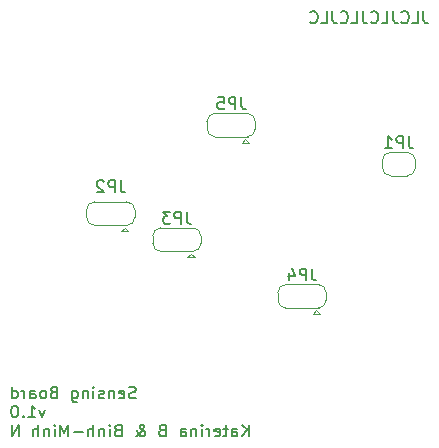
<source format=gbo>
G04 #@! TF.GenerationSoftware,KiCad,Pcbnew,7.0.10*
G04 #@! TF.CreationDate,2024-02-28T00:56:54-06:00*
G04 #@! TF.ProjectId,sensingBoard,73656e73-696e-4674-926f-6172642e6b69,rev?*
G04 #@! TF.SameCoordinates,Original*
G04 #@! TF.FileFunction,Legend,Bot*
G04 #@! TF.FilePolarity,Positive*
%FSLAX46Y46*%
G04 Gerber Fmt 4.6, Leading zero omitted, Abs format (unit mm)*
G04 Created by KiCad (PCBNEW 7.0.10) date 2024-02-28 00:56:54*
%MOMM*%
%LPD*%
G01*
G04 APERTURE LIST*
G04 Aperture macros list*
%AMFreePoly0*
4,1,19,0.550000,-0.750000,0.000000,-0.750000,0.000000,-0.744911,-0.071157,-0.744911,-0.207708,-0.704816,-0.327430,-0.627875,-0.420627,-0.520320,-0.479746,-0.390866,-0.500000,-0.250000,-0.500000,0.250000,-0.479746,0.390866,-0.420627,0.520320,-0.327430,0.627875,-0.207708,0.704816,-0.071157,0.744911,0.000000,0.744911,0.000000,0.750000,0.550000,0.750000,0.550000,-0.750000,0.550000,-0.750000,
$1*%
%AMFreePoly1*
4,1,19,0.000000,0.744911,0.071157,0.744911,0.207708,0.704816,0.327430,0.627875,0.420627,0.520320,0.479746,0.390866,0.500000,0.250000,0.500000,-0.250000,0.479746,-0.390866,0.420627,-0.520320,0.327430,-0.627875,0.207708,-0.704816,0.071157,-0.744911,0.000000,-0.744911,0.000000,-0.750000,-0.550000,-0.750000,-0.550000,0.750000,0.000000,0.750000,0.000000,0.744911,0.000000,0.744911,
$1*%
%AMFreePoly2*
4,1,19,0.500000,-0.750000,0.000000,-0.750000,0.000000,-0.744911,-0.071157,-0.744911,-0.207708,-0.704816,-0.327430,-0.627875,-0.420627,-0.520320,-0.479746,-0.390866,-0.500000,-0.250000,-0.500000,0.250000,-0.479746,0.390866,-0.420627,0.520320,-0.327430,0.627875,-0.207708,0.704816,-0.071157,0.744911,0.000000,0.744911,0.000000,0.750000,0.500000,0.750000,0.500000,-0.750000,0.500000,-0.750000,
$1*%
%AMFreePoly3*
4,1,19,0.000000,0.744911,0.071157,0.744911,0.207708,0.704816,0.327430,0.627875,0.420627,0.520320,0.479746,0.390866,0.500000,0.250000,0.500000,-0.250000,0.479746,-0.390866,0.420627,-0.520320,0.327430,-0.627875,0.207708,-0.704816,0.071157,-0.744911,0.000000,-0.744911,0.000000,-0.750000,-0.500000,-0.750000,-0.500000,0.750000,0.000000,0.750000,0.000000,0.744911,0.000000,0.744911,
$1*%
G04 Aperture macros list end*
%ADD10C,0.150000*%
%ADD11C,0.120000*%
%ADD12R,1.700000X1.700000*%
%ADD13O,1.700000X1.700000*%
%ADD14C,0.650000*%
%ADD15O,2.100000X1.000000*%
%ADD16O,1.800000X1.000000*%
%ADD17FreePoly0,180.000000*%
%ADD18R,1.000000X1.500000*%
%ADD19FreePoly1,180.000000*%
%ADD20FreePoly2,180.000000*%
%ADD21FreePoly3,180.000000*%
G04 APERTURE END LIST*
D10*
X86477506Y-50969819D02*
X86477506Y-51684104D01*
X86477506Y-51684104D02*
X86525125Y-51826961D01*
X86525125Y-51826961D02*
X86620363Y-51922200D01*
X86620363Y-51922200D02*
X86763220Y-51969819D01*
X86763220Y-51969819D02*
X86858458Y-51969819D01*
X85525125Y-51969819D02*
X86001315Y-51969819D01*
X86001315Y-51969819D02*
X86001315Y-50969819D01*
X84620363Y-51874580D02*
X84667982Y-51922200D01*
X84667982Y-51922200D02*
X84810839Y-51969819D01*
X84810839Y-51969819D02*
X84906077Y-51969819D01*
X84906077Y-51969819D02*
X85048934Y-51922200D01*
X85048934Y-51922200D02*
X85144172Y-51826961D01*
X85144172Y-51826961D02*
X85191791Y-51731723D01*
X85191791Y-51731723D02*
X85239410Y-51541247D01*
X85239410Y-51541247D02*
X85239410Y-51398390D01*
X85239410Y-51398390D02*
X85191791Y-51207914D01*
X85191791Y-51207914D02*
X85144172Y-51112676D01*
X85144172Y-51112676D02*
X85048934Y-51017438D01*
X85048934Y-51017438D02*
X84906077Y-50969819D01*
X84906077Y-50969819D02*
X84810839Y-50969819D01*
X84810839Y-50969819D02*
X84667982Y-51017438D01*
X84667982Y-51017438D02*
X84620363Y-51065057D01*
X83906077Y-50969819D02*
X83906077Y-51684104D01*
X83906077Y-51684104D02*
X83953696Y-51826961D01*
X83953696Y-51826961D02*
X84048934Y-51922200D01*
X84048934Y-51922200D02*
X84191791Y-51969819D01*
X84191791Y-51969819D02*
X84287029Y-51969819D01*
X82953696Y-51969819D02*
X83429886Y-51969819D01*
X83429886Y-51969819D02*
X83429886Y-50969819D01*
X82048934Y-51874580D02*
X82096553Y-51922200D01*
X82096553Y-51922200D02*
X82239410Y-51969819D01*
X82239410Y-51969819D02*
X82334648Y-51969819D01*
X82334648Y-51969819D02*
X82477505Y-51922200D01*
X82477505Y-51922200D02*
X82572743Y-51826961D01*
X82572743Y-51826961D02*
X82620362Y-51731723D01*
X82620362Y-51731723D02*
X82667981Y-51541247D01*
X82667981Y-51541247D02*
X82667981Y-51398390D01*
X82667981Y-51398390D02*
X82620362Y-51207914D01*
X82620362Y-51207914D02*
X82572743Y-51112676D01*
X82572743Y-51112676D02*
X82477505Y-51017438D01*
X82477505Y-51017438D02*
X82334648Y-50969819D01*
X82334648Y-50969819D02*
X82239410Y-50969819D01*
X82239410Y-50969819D02*
X82096553Y-51017438D01*
X82096553Y-51017438D02*
X82048934Y-51065057D01*
X81334648Y-50969819D02*
X81334648Y-51684104D01*
X81334648Y-51684104D02*
X81382267Y-51826961D01*
X81382267Y-51826961D02*
X81477505Y-51922200D01*
X81477505Y-51922200D02*
X81620362Y-51969819D01*
X81620362Y-51969819D02*
X81715600Y-51969819D01*
X80382267Y-51969819D02*
X80858457Y-51969819D01*
X80858457Y-51969819D02*
X80858457Y-50969819D01*
X79477505Y-51874580D02*
X79525124Y-51922200D01*
X79525124Y-51922200D02*
X79667981Y-51969819D01*
X79667981Y-51969819D02*
X79763219Y-51969819D01*
X79763219Y-51969819D02*
X79906076Y-51922200D01*
X79906076Y-51922200D02*
X80001314Y-51826961D01*
X80001314Y-51826961D02*
X80048933Y-51731723D01*
X80048933Y-51731723D02*
X80096552Y-51541247D01*
X80096552Y-51541247D02*
X80096552Y-51398390D01*
X80096552Y-51398390D02*
X80048933Y-51207914D01*
X80048933Y-51207914D02*
X80001314Y-51112676D01*
X80001314Y-51112676D02*
X79906076Y-51017438D01*
X79906076Y-51017438D02*
X79763219Y-50969819D01*
X79763219Y-50969819D02*
X79667981Y-50969819D01*
X79667981Y-50969819D02*
X79525124Y-51017438D01*
X79525124Y-51017438D02*
X79477505Y-51065057D01*
X78763219Y-50969819D02*
X78763219Y-51684104D01*
X78763219Y-51684104D02*
X78810838Y-51826961D01*
X78810838Y-51826961D02*
X78906076Y-51922200D01*
X78906076Y-51922200D02*
X79048933Y-51969819D01*
X79048933Y-51969819D02*
X79144171Y-51969819D01*
X77810838Y-51969819D02*
X78287028Y-51969819D01*
X78287028Y-51969819D02*
X78287028Y-50969819D01*
X76906076Y-51874580D02*
X76953695Y-51922200D01*
X76953695Y-51922200D02*
X77096552Y-51969819D01*
X77096552Y-51969819D02*
X77191790Y-51969819D01*
X77191790Y-51969819D02*
X77334647Y-51922200D01*
X77334647Y-51922200D02*
X77429885Y-51826961D01*
X77429885Y-51826961D02*
X77477504Y-51731723D01*
X77477504Y-51731723D02*
X77525123Y-51541247D01*
X77525123Y-51541247D02*
X77525123Y-51398390D01*
X77525123Y-51398390D02*
X77477504Y-51207914D01*
X77477504Y-51207914D02*
X77429885Y-51112676D01*
X77429885Y-51112676D02*
X77334647Y-51017438D01*
X77334647Y-51017438D02*
X77191790Y-50969819D01*
X77191790Y-50969819D02*
X77096552Y-50969819D01*
X77096552Y-50969819D02*
X76953695Y-51017438D01*
X76953695Y-51017438D02*
X76906076Y-51065057D01*
X62112970Y-83697200D02*
X61970113Y-83744819D01*
X61970113Y-83744819D02*
X61732018Y-83744819D01*
X61732018Y-83744819D02*
X61636780Y-83697200D01*
X61636780Y-83697200D02*
X61589161Y-83649580D01*
X61589161Y-83649580D02*
X61541542Y-83554342D01*
X61541542Y-83554342D02*
X61541542Y-83459104D01*
X61541542Y-83459104D02*
X61589161Y-83363866D01*
X61589161Y-83363866D02*
X61636780Y-83316247D01*
X61636780Y-83316247D02*
X61732018Y-83268628D01*
X61732018Y-83268628D02*
X61922494Y-83221009D01*
X61922494Y-83221009D02*
X62017732Y-83173390D01*
X62017732Y-83173390D02*
X62065351Y-83125771D01*
X62065351Y-83125771D02*
X62112970Y-83030533D01*
X62112970Y-83030533D02*
X62112970Y-82935295D01*
X62112970Y-82935295D02*
X62065351Y-82840057D01*
X62065351Y-82840057D02*
X62017732Y-82792438D01*
X62017732Y-82792438D02*
X61922494Y-82744819D01*
X61922494Y-82744819D02*
X61684399Y-82744819D01*
X61684399Y-82744819D02*
X61541542Y-82792438D01*
X60732018Y-83697200D02*
X60827256Y-83744819D01*
X60827256Y-83744819D02*
X61017732Y-83744819D01*
X61017732Y-83744819D02*
X61112970Y-83697200D01*
X61112970Y-83697200D02*
X61160589Y-83601961D01*
X61160589Y-83601961D02*
X61160589Y-83221009D01*
X61160589Y-83221009D02*
X61112970Y-83125771D01*
X61112970Y-83125771D02*
X61017732Y-83078152D01*
X61017732Y-83078152D02*
X60827256Y-83078152D01*
X60827256Y-83078152D02*
X60732018Y-83125771D01*
X60732018Y-83125771D02*
X60684399Y-83221009D01*
X60684399Y-83221009D02*
X60684399Y-83316247D01*
X60684399Y-83316247D02*
X61160589Y-83411485D01*
X60255827Y-83078152D02*
X60255827Y-83744819D01*
X60255827Y-83173390D02*
X60208208Y-83125771D01*
X60208208Y-83125771D02*
X60112970Y-83078152D01*
X60112970Y-83078152D02*
X59970113Y-83078152D01*
X59970113Y-83078152D02*
X59874875Y-83125771D01*
X59874875Y-83125771D02*
X59827256Y-83221009D01*
X59827256Y-83221009D02*
X59827256Y-83744819D01*
X59398684Y-83697200D02*
X59303446Y-83744819D01*
X59303446Y-83744819D02*
X59112970Y-83744819D01*
X59112970Y-83744819D02*
X59017732Y-83697200D01*
X59017732Y-83697200D02*
X58970113Y-83601961D01*
X58970113Y-83601961D02*
X58970113Y-83554342D01*
X58970113Y-83554342D02*
X59017732Y-83459104D01*
X59017732Y-83459104D02*
X59112970Y-83411485D01*
X59112970Y-83411485D02*
X59255827Y-83411485D01*
X59255827Y-83411485D02*
X59351065Y-83363866D01*
X59351065Y-83363866D02*
X59398684Y-83268628D01*
X59398684Y-83268628D02*
X59398684Y-83221009D01*
X59398684Y-83221009D02*
X59351065Y-83125771D01*
X59351065Y-83125771D02*
X59255827Y-83078152D01*
X59255827Y-83078152D02*
X59112970Y-83078152D01*
X59112970Y-83078152D02*
X59017732Y-83125771D01*
X58541541Y-83744819D02*
X58541541Y-83078152D01*
X58541541Y-82744819D02*
X58589160Y-82792438D01*
X58589160Y-82792438D02*
X58541541Y-82840057D01*
X58541541Y-82840057D02*
X58493922Y-82792438D01*
X58493922Y-82792438D02*
X58541541Y-82744819D01*
X58541541Y-82744819D02*
X58541541Y-82840057D01*
X58065351Y-83078152D02*
X58065351Y-83744819D01*
X58065351Y-83173390D02*
X58017732Y-83125771D01*
X58017732Y-83125771D02*
X57922494Y-83078152D01*
X57922494Y-83078152D02*
X57779637Y-83078152D01*
X57779637Y-83078152D02*
X57684399Y-83125771D01*
X57684399Y-83125771D02*
X57636780Y-83221009D01*
X57636780Y-83221009D02*
X57636780Y-83744819D01*
X56732018Y-83078152D02*
X56732018Y-83887676D01*
X56732018Y-83887676D02*
X56779637Y-83982914D01*
X56779637Y-83982914D02*
X56827256Y-84030533D01*
X56827256Y-84030533D02*
X56922494Y-84078152D01*
X56922494Y-84078152D02*
X57065351Y-84078152D01*
X57065351Y-84078152D02*
X57160589Y-84030533D01*
X56732018Y-83697200D02*
X56827256Y-83744819D01*
X56827256Y-83744819D02*
X57017732Y-83744819D01*
X57017732Y-83744819D02*
X57112970Y-83697200D01*
X57112970Y-83697200D02*
X57160589Y-83649580D01*
X57160589Y-83649580D02*
X57208208Y-83554342D01*
X57208208Y-83554342D02*
X57208208Y-83268628D01*
X57208208Y-83268628D02*
X57160589Y-83173390D01*
X57160589Y-83173390D02*
X57112970Y-83125771D01*
X57112970Y-83125771D02*
X57017732Y-83078152D01*
X57017732Y-83078152D02*
X56827256Y-83078152D01*
X56827256Y-83078152D02*
X56732018Y-83125771D01*
X55160589Y-83221009D02*
X55017732Y-83268628D01*
X55017732Y-83268628D02*
X54970113Y-83316247D01*
X54970113Y-83316247D02*
X54922494Y-83411485D01*
X54922494Y-83411485D02*
X54922494Y-83554342D01*
X54922494Y-83554342D02*
X54970113Y-83649580D01*
X54970113Y-83649580D02*
X55017732Y-83697200D01*
X55017732Y-83697200D02*
X55112970Y-83744819D01*
X55112970Y-83744819D02*
X55493922Y-83744819D01*
X55493922Y-83744819D02*
X55493922Y-82744819D01*
X55493922Y-82744819D02*
X55160589Y-82744819D01*
X55160589Y-82744819D02*
X55065351Y-82792438D01*
X55065351Y-82792438D02*
X55017732Y-82840057D01*
X55017732Y-82840057D02*
X54970113Y-82935295D01*
X54970113Y-82935295D02*
X54970113Y-83030533D01*
X54970113Y-83030533D02*
X55017732Y-83125771D01*
X55017732Y-83125771D02*
X55065351Y-83173390D01*
X55065351Y-83173390D02*
X55160589Y-83221009D01*
X55160589Y-83221009D02*
X55493922Y-83221009D01*
X54351065Y-83744819D02*
X54446303Y-83697200D01*
X54446303Y-83697200D02*
X54493922Y-83649580D01*
X54493922Y-83649580D02*
X54541541Y-83554342D01*
X54541541Y-83554342D02*
X54541541Y-83268628D01*
X54541541Y-83268628D02*
X54493922Y-83173390D01*
X54493922Y-83173390D02*
X54446303Y-83125771D01*
X54446303Y-83125771D02*
X54351065Y-83078152D01*
X54351065Y-83078152D02*
X54208208Y-83078152D01*
X54208208Y-83078152D02*
X54112970Y-83125771D01*
X54112970Y-83125771D02*
X54065351Y-83173390D01*
X54065351Y-83173390D02*
X54017732Y-83268628D01*
X54017732Y-83268628D02*
X54017732Y-83554342D01*
X54017732Y-83554342D02*
X54065351Y-83649580D01*
X54065351Y-83649580D02*
X54112970Y-83697200D01*
X54112970Y-83697200D02*
X54208208Y-83744819D01*
X54208208Y-83744819D02*
X54351065Y-83744819D01*
X53160589Y-83744819D02*
X53160589Y-83221009D01*
X53160589Y-83221009D02*
X53208208Y-83125771D01*
X53208208Y-83125771D02*
X53303446Y-83078152D01*
X53303446Y-83078152D02*
X53493922Y-83078152D01*
X53493922Y-83078152D02*
X53589160Y-83125771D01*
X53160589Y-83697200D02*
X53255827Y-83744819D01*
X53255827Y-83744819D02*
X53493922Y-83744819D01*
X53493922Y-83744819D02*
X53589160Y-83697200D01*
X53589160Y-83697200D02*
X53636779Y-83601961D01*
X53636779Y-83601961D02*
X53636779Y-83506723D01*
X53636779Y-83506723D02*
X53589160Y-83411485D01*
X53589160Y-83411485D02*
X53493922Y-83363866D01*
X53493922Y-83363866D02*
X53255827Y-83363866D01*
X53255827Y-83363866D02*
X53160589Y-83316247D01*
X52684398Y-83744819D02*
X52684398Y-83078152D01*
X52684398Y-83268628D02*
X52636779Y-83173390D01*
X52636779Y-83173390D02*
X52589160Y-83125771D01*
X52589160Y-83125771D02*
X52493922Y-83078152D01*
X52493922Y-83078152D02*
X52398684Y-83078152D01*
X51636779Y-83744819D02*
X51636779Y-82744819D01*
X51636779Y-83697200D02*
X51732017Y-83744819D01*
X51732017Y-83744819D02*
X51922493Y-83744819D01*
X51922493Y-83744819D02*
X52017731Y-83697200D01*
X52017731Y-83697200D02*
X52065350Y-83649580D01*
X52065350Y-83649580D02*
X52112969Y-83554342D01*
X52112969Y-83554342D02*
X52112969Y-83268628D01*
X52112969Y-83268628D02*
X52065350Y-83173390D01*
X52065350Y-83173390D02*
X52017731Y-83125771D01*
X52017731Y-83125771D02*
X51922493Y-83078152D01*
X51922493Y-83078152D02*
X51732017Y-83078152D01*
X51732017Y-83078152D02*
X51636779Y-83125771D01*
X54398683Y-84688152D02*
X54160588Y-85354819D01*
X54160588Y-85354819D02*
X53922493Y-84688152D01*
X53017731Y-85354819D02*
X53589159Y-85354819D01*
X53303445Y-85354819D02*
X53303445Y-84354819D01*
X53303445Y-84354819D02*
X53398683Y-84497676D01*
X53398683Y-84497676D02*
X53493921Y-84592914D01*
X53493921Y-84592914D02*
X53589159Y-84640533D01*
X52589159Y-85259580D02*
X52541540Y-85307200D01*
X52541540Y-85307200D02*
X52589159Y-85354819D01*
X52589159Y-85354819D02*
X52636778Y-85307200D01*
X52636778Y-85307200D02*
X52589159Y-85259580D01*
X52589159Y-85259580D02*
X52589159Y-85354819D01*
X51922493Y-84354819D02*
X51827255Y-84354819D01*
X51827255Y-84354819D02*
X51732017Y-84402438D01*
X51732017Y-84402438D02*
X51684398Y-84450057D01*
X51684398Y-84450057D02*
X51636779Y-84545295D01*
X51636779Y-84545295D02*
X51589160Y-84735771D01*
X51589160Y-84735771D02*
X51589160Y-84973866D01*
X51589160Y-84973866D02*
X51636779Y-85164342D01*
X51636779Y-85164342D02*
X51684398Y-85259580D01*
X51684398Y-85259580D02*
X51732017Y-85307200D01*
X51732017Y-85307200D02*
X51827255Y-85354819D01*
X51827255Y-85354819D02*
X51922493Y-85354819D01*
X51922493Y-85354819D02*
X52017731Y-85307200D01*
X52017731Y-85307200D02*
X52065350Y-85259580D01*
X52065350Y-85259580D02*
X52112969Y-85164342D01*
X52112969Y-85164342D02*
X52160588Y-84973866D01*
X52160588Y-84973866D02*
X52160588Y-84735771D01*
X52160588Y-84735771D02*
X52112969Y-84545295D01*
X52112969Y-84545295D02*
X52065350Y-84450057D01*
X52065350Y-84450057D02*
X52017731Y-84402438D01*
X52017731Y-84402438D02*
X51922493Y-84354819D01*
X71684398Y-86964819D02*
X71684398Y-85964819D01*
X71112970Y-86964819D02*
X71541541Y-86393390D01*
X71112970Y-85964819D02*
X71684398Y-86536247D01*
X70255827Y-86964819D02*
X70255827Y-86441009D01*
X70255827Y-86441009D02*
X70303446Y-86345771D01*
X70303446Y-86345771D02*
X70398684Y-86298152D01*
X70398684Y-86298152D02*
X70589160Y-86298152D01*
X70589160Y-86298152D02*
X70684398Y-86345771D01*
X70255827Y-86917200D02*
X70351065Y-86964819D01*
X70351065Y-86964819D02*
X70589160Y-86964819D01*
X70589160Y-86964819D02*
X70684398Y-86917200D01*
X70684398Y-86917200D02*
X70732017Y-86821961D01*
X70732017Y-86821961D02*
X70732017Y-86726723D01*
X70732017Y-86726723D02*
X70684398Y-86631485D01*
X70684398Y-86631485D02*
X70589160Y-86583866D01*
X70589160Y-86583866D02*
X70351065Y-86583866D01*
X70351065Y-86583866D02*
X70255827Y-86536247D01*
X69922493Y-86298152D02*
X69541541Y-86298152D01*
X69779636Y-85964819D02*
X69779636Y-86821961D01*
X69779636Y-86821961D02*
X69732017Y-86917200D01*
X69732017Y-86917200D02*
X69636779Y-86964819D01*
X69636779Y-86964819D02*
X69541541Y-86964819D01*
X68827255Y-86917200D02*
X68922493Y-86964819D01*
X68922493Y-86964819D02*
X69112969Y-86964819D01*
X69112969Y-86964819D02*
X69208207Y-86917200D01*
X69208207Y-86917200D02*
X69255826Y-86821961D01*
X69255826Y-86821961D02*
X69255826Y-86441009D01*
X69255826Y-86441009D02*
X69208207Y-86345771D01*
X69208207Y-86345771D02*
X69112969Y-86298152D01*
X69112969Y-86298152D02*
X68922493Y-86298152D01*
X68922493Y-86298152D02*
X68827255Y-86345771D01*
X68827255Y-86345771D02*
X68779636Y-86441009D01*
X68779636Y-86441009D02*
X68779636Y-86536247D01*
X68779636Y-86536247D02*
X69255826Y-86631485D01*
X68351064Y-86964819D02*
X68351064Y-86298152D01*
X68351064Y-86488628D02*
X68303445Y-86393390D01*
X68303445Y-86393390D02*
X68255826Y-86345771D01*
X68255826Y-86345771D02*
X68160588Y-86298152D01*
X68160588Y-86298152D02*
X68065350Y-86298152D01*
X67732016Y-86964819D02*
X67732016Y-86298152D01*
X67732016Y-85964819D02*
X67779635Y-86012438D01*
X67779635Y-86012438D02*
X67732016Y-86060057D01*
X67732016Y-86060057D02*
X67684397Y-86012438D01*
X67684397Y-86012438D02*
X67732016Y-85964819D01*
X67732016Y-85964819D02*
X67732016Y-86060057D01*
X67255826Y-86298152D02*
X67255826Y-86964819D01*
X67255826Y-86393390D02*
X67208207Y-86345771D01*
X67208207Y-86345771D02*
X67112969Y-86298152D01*
X67112969Y-86298152D02*
X66970112Y-86298152D01*
X66970112Y-86298152D02*
X66874874Y-86345771D01*
X66874874Y-86345771D02*
X66827255Y-86441009D01*
X66827255Y-86441009D02*
X66827255Y-86964819D01*
X65922493Y-86964819D02*
X65922493Y-86441009D01*
X65922493Y-86441009D02*
X65970112Y-86345771D01*
X65970112Y-86345771D02*
X66065350Y-86298152D01*
X66065350Y-86298152D02*
X66255826Y-86298152D01*
X66255826Y-86298152D02*
X66351064Y-86345771D01*
X65922493Y-86917200D02*
X66017731Y-86964819D01*
X66017731Y-86964819D02*
X66255826Y-86964819D01*
X66255826Y-86964819D02*
X66351064Y-86917200D01*
X66351064Y-86917200D02*
X66398683Y-86821961D01*
X66398683Y-86821961D02*
X66398683Y-86726723D01*
X66398683Y-86726723D02*
X66351064Y-86631485D01*
X66351064Y-86631485D02*
X66255826Y-86583866D01*
X66255826Y-86583866D02*
X66017731Y-86583866D01*
X66017731Y-86583866D02*
X65922493Y-86536247D01*
X64351064Y-86441009D02*
X64208207Y-86488628D01*
X64208207Y-86488628D02*
X64160588Y-86536247D01*
X64160588Y-86536247D02*
X64112969Y-86631485D01*
X64112969Y-86631485D02*
X64112969Y-86774342D01*
X64112969Y-86774342D02*
X64160588Y-86869580D01*
X64160588Y-86869580D02*
X64208207Y-86917200D01*
X64208207Y-86917200D02*
X64303445Y-86964819D01*
X64303445Y-86964819D02*
X64684397Y-86964819D01*
X64684397Y-86964819D02*
X64684397Y-85964819D01*
X64684397Y-85964819D02*
X64351064Y-85964819D01*
X64351064Y-85964819D02*
X64255826Y-86012438D01*
X64255826Y-86012438D02*
X64208207Y-86060057D01*
X64208207Y-86060057D02*
X64160588Y-86155295D01*
X64160588Y-86155295D02*
X64160588Y-86250533D01*
X64160588Y-86250533D02*
X64208207Y-86345771D01*
X64208207Y-86345771D02*
X64255826Y-86393390D01*
X64255826Y-86393390D02*
X64351064Y-86441009D01*
X64351064Y-86441009D02*
X64684397Y-86441009D01*
X62112968Y-86964819D02*
X62160588Y-86964819D01*
X62160588Y-86964819D02*
X62255826Y-86917200D01*
X62255826Y-86917200D02*
X62398683Y-86774342D01*
X62398683Y-86774342D02*
X62636778Y-86488628D01*
X62636778Y-86488628D02*
X62732016Y-86345771D01*
X62732016Y-86345771D02*
X62779635Y-86202914D01*
X62779635Y-86202914D02*
X62779635Y-86107676D01*
X62779635Y-86107676D02*
X62732016Y-86012438D01*
X62732016Y-86012438D02*
X62636778Y-85964819D01*
X62636778Y-85964819D02*
X62589159Y-85964819D01*
X62589159Y-85964819D02*
X62493921Y-86012438D01*
X62493921Y-86012438D02*
X62446302Y-86107676D01*
X62446302Y-86107676D02*
X62446302Y-86155295D01*
X62446302Y-86155295D02*
X62493921Y-86250533D01*
X62493921Y-86250533D02*
X62541540Y-86298152D01*
X62541540Y-86298152D02*
X62827254Y-86488628D01*
X62827254Y-86488628D02*
X62874873Y-86536247D01*
X62874873Y-86536247D02*
X62922492Y-86631485D01*
X62922492Y-86631485D02*
X62922492Y-86774342D01*
X62922492Y-86774342D02*
X62874873Y-86869580D01*
X62874873Y-86869580D02*
X62827254Y-86917200D01*
X62827254Y-86917200D02*
X62732016Y-86964819D01*
X62732016Y-86964819D02*
X62589159Y-86964819D01*
X62589159Y-86964819D02*
X62493921Y-86917200D01*
X62493921Y-86917200D02*
X62446302Y-86869580D01*
X62446302Y-86869580D02*
X62303445Y-86679104D01*
X62303445Y-86679104D02*
X62255826Y-86536247D01*
X62255826Y-86536247D02*
X62255826Y-86441009D01*
X60589159Y-86441009D02*
X60446302Y-86488628D01*
X60446302Y-86488628D02*
X60398683Y-86536247D01*
X60398683Y-86536247D02*
X60351064Y-86631485D01*
X60351064Y-86631485D02*
X60351064Y-86774342D01*
X60351064Y-86774342D02*
X60398683Y-86869580D01*
X60398683Y-86869580D02*
X60446302Y-86917200D01*
X60446302Y-86917200D02*
X60541540Y-86964819D01*
X60541540Y-86964819D02*
X60922492Y-86964819D01*
X60922492Y-86964819D02*
X60922492Y-85964819D01*
X60922492Y-85964819D02*
X60589159Y-85964819D01*
X60589159Y-85964819D02*
X60493921Y-86012438D01*
X60493921Y-86012438D02*
X60446302Y-86060057D01*
X60446302Y-86060057D02*
X60398683Y-86155295D01*
X60398683Y-86155295D02*
X60398683Y-86250533D01*
X60398683Y-86250533D02*
X60446302Y-86345771D01*
X60446302Y-86345771D02*
X60493921Y-86393390D01*
X60493921Y-86393390D02*
X60589159Y-86441009D01*
X60589159Y-86441009D02*
X60922492Y-86441009D01*
X59922492Y-86964819D02*
X59922492Y-86298152D01*
X59922492Y-85964819D02*
X59970111Y-86012438D01*
X59970111Y-86012438D02*
X59922492Y-86060057D01*
X59922492Y-86060057D02*
X59874873Y-86012438D01*
X59874873Y-86012438D02*
X59922492Y-85964819D01*
X59922492Y-85964819D02*
X59922492Y-86060057D01*
X59446302Y-86298152D02*
X59446302Y-86964819D01*
X59446302Y-86393390D02*
X59398683Y-86345771D01*
X59398683Y-86345771D02*
X59303445Y-86298152D01*
X59303445Y-86298152D02*
X59160588Y-86298152D01*
X59160588Y-86298152D02*
X59065350Y-86345771D01*
X59065350Y-86345771D02*
X59017731Y-86441009D01*
X59017731Y-86441009D02*
X59017731Y-86964819D01*
X58541540Y-86964819D02*
X58541540Y-85964819D01*
X58112969Y-86964819D02*
X58112969Y-86441009D01*
X58112969Y-86441009D02*
X58160588Y-86345771D01*
X58160588Y-86345771D02*
X58255826Y-86298152D01*
X58255826Y-86298152D02*
X58398683Y-86298152D01*
X58398683Y-86298152D02*
X58493921Y-86345771D01*
X58493921Y-86345771D02*
X58541540Y-86393390D01*
X57636778Y-86583866D02*
X56874874Y-86583866D01*
X56398683Y-86964819D02*
X56398683Y-85964819D01*
X56398683Y-85964819D02*
X56065350Y-86679104D01*
X56065350Y-86679104D02*
X55732017Y-85964819D01*
X55732017Y-85964819D02*
X55732017Y-86964819D01*
X55255826Y-86964819D02*
X55255826Y-86298152D01*
X55255826Y-85964819D02*
X55303445Y-86012438D01*
X55303445Y-86012438D02*
X55255826Y-86060057D01*
X55255826Y-86060057D02*
X55208207Y-86012438D01*
X55208207Y-86012438D02*
X55255826Y-85964819D01*
X55255826Y-85964819D02*
X55255826Y-86060057D01*
X54779636Y-86298152D02*
X54779636Y-86964819D01*
X54779636Y-86393390D02*
X54732017Y-86345771D01*
X54732017Y-86345771D02*
X54636779Y-86298152D01*
X54636779Y-86298152D02*
X54493922Y-86298152D01*
X54493922Y-86298152D02*
X54398684Y-86345771D01*
X54398684Y-86345771D02*
X54351065Y-86441009D01*
X54351065Y-86441009D02*
X54351065Y-86964819D01*
X53874874Y-86964819D02*
X53874874Y-85964819D01*
X53446303Y-86964819D02*
X53446303Y-86441009D01*
X53446303Y-86441009D02*
X53493922Y-86345771D01*
X53493922Y-86345771D02*
X53589160Y-86298152D01*
X53589160Y-86298152D02*
X53732017Y-86298152D01*
X53732017Y-86298152D02*
X53827255Y-86345771D01*
X53827255Y-86345771D02*
X53874874Y-86393390D01*
X52208207Y-86964819D02*
X52208207Y-85964819D01*
X52208207Y-85964819D02*
X51636779Y-86964819D01*
X51636779Y-86964819D02*
X51636779Y-85964819D01*
X60833333Y-65294819D02*
X60833333Y-66009104D01*
X60833333Y-66009104D02*
X60880952Y-66151961D01*
X60880952Y-66151961D02*
X60976190Y-66247200D01*
X60976190Y-66247200D02*
X61119047Y-66294819D01*
X61119047Y-66294819D02*
X61214285Y-66294819D01*
X60357142Y-66294819D02*
X60357142Y-65294819D01*
X60357142Y-65294819D02*
X59976190Y-65294819D01*
X59976190Y-65294819D02*
X59880952Y-65342438D01*
X59880952Y-65342438D02*
X59833333Y-65390057D01*
X59833333Y-65390057D02*
X59785714Y-65485295D01*
X59785714Y-65485295D02*
X59785714Y-65628152D01*
X59785714Y-65628152D02*
X59833333Y-65723390D01*
X59833333Y-65723390D02*
X59880952Y-65771009D01*
X59880952Y-65771009D02*
X59976190Y-65818628D01*
X59976190Y-65818628D02*
X60357142Y-65818628D01*
X59404761Y-65390057D02*
X59357142Y-65342438D01*
X59357142Y-65342438D02*
X59261904Y-65294819D01*
X59261904Y-65294819D02*
X59023809Y-65294819D01*
X59023809Y-65294819D02*
X58928571Y-65342438D01*
X58928571Y-65342438D02*
X58880952Y-65390057D01*
X58880952Y-65390057D02*
X58833333Y-65485295D01*
X58833333Y-65485295D02*
X58833333Y-65580533D01*
X58833333Y-65580533D02*
X58880952Y-65723390D01*
X58880952Y-65723390D02*
X59452380Y-66294819D01*
X59452380Y-66294819D02*
X58833333Y-66294819D01*
X85233333Y-61554819D02*
X85233333Y-62269104D01*
X85233333Y-62269104D02*
X85280952Y-62411961D01*
X85280952Y-62411961D02*
X85376190Y-62507200D01*
X85376190Y-62507200D02*
X85519047Y-62554819D01*
X85519047Y-62554819D02*
X85614285Y-62554819D01*
X84757142Y-62554819D02*
X84757142Y-61554819D01*
X84757142Y-61554819D02*
X84376190Y-61554819D01*
X84376190Y-61554819D02*
X84280952Y-61602438D01*
X84280952Y-61602438D02*
X84233333Y-61650057D01*
X84233333Y-61650057D02*
X84185714Y-61745295D01*
X84185714Y-61745295D02*
X84185714Y-61888152D01*
X84185714Y-61888152D02*
X84233333Y-61983390D01*
X84233333Y-61983390D02*
X84280952Y-62031009D01*
X84280952Y-62031009D02*
X84376190Y-62078628D01*
X84376190Y-62078628D02*
X84757142Y-62078628D01*
X83233333Y-62554819D02*
X83804761Y-62554819D01*
X83519047Y-62554819D02*
X83519047Y-61554819D01*
X83519047Y-61554819D02*
X83614285Y-61697676D01*
X83614285Y-61697676D02*
X83709523Y-61792914D01*
X83709523Y-61792914D02*
X83804761Y-61840533D01*
X66433333Y-67954819D02*
X66433333Y-68669104D01*
X66433333Y-68669104D02*
X66480952Y-68811961D01*
X66480952Y-68811961D02*
X66576190Y-68907200D01*
X66576190Y-68907200D02*
X66719047Y-68954819D01*
X66719047Y-68954819D02*
X66814285Y-68954819D01*
X65957142Y-68954819D02*
X65957142Y-67954819D01*
X65957142Y-67954819D02*
X65576190Y-67954819D01*
X65576190Y-67954819D02*
X65480952Y-68002438D01*
X65480952Y-68002438D02*
X65433333Y-68050057D01*
X65433333Y-68050057D02*
X65385714Y-68145295D01*
X65385714Y-68145295D02*
X65385714Y-68288152D01*
X65385714Y-68288152D02*
X65433333Y-68383390D01*
X65433333Y-68383390D02*
X65480952Y-68431009D01*
X65480952Y-68431009D02*
X65576190Y-68478628D01*
X65576190Y-68478628D02*
X65957142Y-68478628D01*
X65052380Y-67954819D02*
X64433333Y-67954819D01*
X64433333Y-67954819D02*
X64766666Y-68335771D01*
X64766666Y-68335771D02*
X64623809Y-68335771D01*
X64623809Y-68335771D02*
X64528571Y-68383390D01*
X64528571Y-68383390D02*
X64480952Y-68431009D01*
X64480952Y-68431009D02*
X64433333Y-68526247D01*
X64433333Y-68526247D02*
X64433333Y-68764342D01*
X64433333Y-68764342D02*
X64480952Y-68859580D01*
X64480952Y-68859580D02*
X64528571Y-68907200D01*
X64528571Y-68907200D02*
X64623809Y-68954819D01*
X64623809Y-68954819D02*
X64909523Y-68954819D01*
X64909523Y-68954819D02*
X65004761Y-68907200D01*
X65004761Y-68907200D02*
X65052380Y-68859580D01*
X77033333Y-72754819D02*
X77033333Y-73469104D01*
X77033333Y-73469104D02*
X77080952Y-73611961D01*
X77080952Y-73611961D02*
X77176190Y-73707200D01*
X77176190Y-73707200D02*
X77319047Y-73754819D01*
X77319047Y-73754819D02*
X77414285Y-73754819D01*
X76557142Y-73754819D02*
X76557142Y-72754819D01*
X76557142Y-72754819D02*
X76176190Y-72754819D01*
X76176190Y-72754819D02*
X76080952Y-72802438D01*
X76080952Y-72802438D02*
X76033333Y-72850057D01*
X76033333Y-72850057D02*
X75985714Y-72945295D01*
X75985714Y-72945295D02*
X75985714Y-73088152D01*
X75985714Y-73088152D02*
X76033333Y-73183390D01*
X76033333Y-73183390D02*
X76080952Y-73231009D01*
X76080952Y-73231009D02*
X76176190Y-73278628D01*
X76176190Y-73278628D02*
X76557142Y-73278628D01*
X75128571Y-73088152D02*
X75128571Y-73754819D01*
X75366666Y-72707200D02*
X75604761Y-73421485D01*
X75604761Y-73421485D02*
X74985714Y-73421485D01*
X71033333Y-58254819D02*
X71033333Y-58969104D01*
X71033333Y-58969104D02*
X71080952Y-59111961D01*
X71080952Y-59111961D02*
X71176190Y-59207200D01*
X71176190Y-59207200D02*
X71319047Y-59254819D01*
X71319047Y-59254819D02*
X71414285Y-59254819D01*
X70557142Y-59254819D02*
X70557142Y-58254819D01*
X70557142Y-58254819D02*
X70176190Y-58254819D01*
X70176190Y-58254819D02*
X70080952Y-58302438D01*
X70080952Y-58302438D02*
X70033333Y-58350057D01*
X70033333Y-58350057D02*
X69985714Y-58445295D01*
X69985714Y-58445295D02*
X69985714Y-58588152D01*
X69985714Y-58588152D02*
X70033333Y-58683390D01*
X70033333Y-58683390D02*
X70080952Y-58731009D01*
X70080952Y-58731009D02*
X70176190Y-58778628D01*
X70176190Y-58778628D02*
X70557142Y-58778628D01*
X69080952Y-58254819D02*
X69557142Y-58254819D01*
X69557142Y-58254819D02*
X69604761Y-58731009D01*
X69604761Y-58731009D02*
X69557142Y-58683390D01*
X69557142Y-58683390D02*
X69461904Y-58635771D01*
X69461904Y-58635771D02*
X69223809Y-58635771D01*
X69223809Y-58635771D02*
X69128571Y-58683390D01*
X69128571Y-58683390D02*
X69080952Y-58731009D01*
X69080952Y-58731009D02*
X69033333Y-58826247D01*
X69033333Y-58826247D02*
X69033333Y-59064342D01*
X69033333Y-59064342D02*
X69080952Y-59159580D01*
X69080952Y-59159580D02*
X69128571Y-59207200D01*
X69128571Y-59207200D02*
X69223809Y-59254819D01*
X69223809Y-59254819D02*
X69461904Y-59254819D01*
X69461904Y-59254819D02*
X69557142Y-59207200D01*
X69557142Y-59207200D02*
X69604761Y-59159580D01*
D11*
X62050000Y-68400000D02*
X62050000Y-67800000D01*
X61500000Y-69600000D02*
X60900000Y-69600000D01*
X61400000Y-67100000D02*
X58600000Y-67100000D01*
X61200000Y-69300000D02*
X61500000Y-69600000D01*
X61200000Y-69300000D02*
X60900000Y-69600000D01*
X58600000Y-69100000D02*
X61400000Y-69100000D01*
X57950000Y-67800000D02*
X57950000Y-68400000D01*
X61350000Y-69100000D02*
G75*
G03*
X62050000Y-68400000I1J699999D01*
G01*
X62050000Y-67800000D02*
G75*
G03*
X61350000Y-67100000I-699999J1D01*
G01*
X57950000Y-68400000D02*
G75*
G03*
X58650000Y-69100000I700000J0D01*
G01*
X58650000Y-67100000D02*
G75*
G03*
X57950000Y-67800000I0J-700000D01*
G01*
X85800000Y-64200000D02*
X85800000Y-63600000D01*
X85100000Y-62900000D02*
X83700000Y-62900000D01*
X83700000Y-64900000D02*
X85100000Y-64900000D01*
X83000000Y-63600000D02*
X83000000Y-64200000D01*
X85100000Y-64900000D02*
G75*
G03*
X85800000Y-64200000I1J699999D01*
G01*
X85800000Y-63600000D02*
G75*
G03*
X85100000Y-62900000I-699999J1D01*
G01*
X83000000Y-64200000D02*
G75*
G03*
X83700000Y-64900000I700000J0D01*
G01*
X83700000Y-62900000D02*
G75*
G03*
X83000000Y-63600000I0J-700000D01*
G01*
X67650000Y-70600000D02*
X67650000Y-70000000D01*
X67100000Y-71800000D02*
X66500000Y-71800000D01*
X67000000Y-69300000D02*
X64200000Y-69300000D01*
X66800000Y-71500000D02*
X67100000Y-71800000D01*
X66800000Y-71500000D02*
X66500000Y-71800000D01*
X64200000Y-71300000D02*
X67000000Y-71300000D01*
X63550000Y-70000000D02*
X63550000Y-70600000D01*
X66950000Y-71300000D02*
G75*
G03*
X67650000Y-70600000I1J699999D01*
G01*
X67650000Y-70000000D02*
G75*
G03*
X66950000Y-69300000I-699999J1D01*
G01*
X63550000Y-70600000D02*
G75*
G03*
X64250000Y-71300000I700000J0D01*
G01*
X64250000Y-69300000D02*
G75*
G03*
X63550000Y-70000000I0J-700000D01*
G01*
X78250000Y-75400000D02*
X78250000Y-74800000D01*
X77700000Y-76600000D02*
X77100000Y-76600000D01*
X77600000Y-74100000D02*
X74800000Y-74100000D01*
X77400000Y-76300000D02*
X77700000Y-76600000D01*
X77400000Y-76300000D02*
X77100000Y-76600000D01*
X74800000Y-76100000D02*
X77600000Y-76100000D01*
X74150000Y-74800000D02*
X74150000Y-75400000D01*
X77550000Y-76100000D02*
G75*
G03*
X78250000Y-75400000I1J699999D01*
G01*
X78250000Y-74800000D02*
G75*
G03*
X77550000Y-74100000I-699999J1D01*
G01*
X74150000Y-75400000D02*
G75*
G03*
X74850000Y-76100000I700000J0D01*
G01*
X74850000Y-74100000D02*
G75*
G03*
X74150000Y-74800000I0J-700000D01*
G01*
X72250000Y-60900000D02*
X72250000Y-60300000D01*
X71700000Y-62100000D02*
X71100000Y-62100000D01*
X71600000Y-59600000D02*
X68800000Y-59600000D01*
X71400000Y-61800000D02*
X71700000Y-62100000D01*
X71400000Y-61800000D02*
X71100000Y-62100000D01*
X68800000Y-61600000D02*
X71600000Y-61600000D01*
X68150000Y-60300000D02*
X68150000Y-60900000D01*
X71550000Y-61600000D02*
G75*
G03*
X72250000Y-60900000I1J699999D01*
G01*
X72250000Y-60300000D02*
G75*
G03*
X71550000Y-59600000I-699999J1D01*
G01*
X68150000Y-60900000D02*
G75*
G03*
X68850000Y-61600000I700000J0D01*
G01*
X68850000Y-59600000D02*
G75*
G03*
X68150000Y-60300000I0J-700000D01*
G01*
%LPC*%
D12*
X52000000Y-70180000D03*
D13*
X52000000Y-67640000D03*
X52000000Y-65100000D03*
D12*
X51800000Y-55460000D03*
D13*
X51800000Y-58000000D03*
D14*
X81695000Y-66790000D03*
X81695000Y-61010000D03*
D15*
X81195000Y-68220000D03*
D16*
X85375000Y-68220000D03*
D15*
X81195000Y-59580000D03*
D16*
X85375000Y-59580000D03*
D17*
X61300000Y-68100000D03*
D18*
X60000000Y-68100000D03*
D19*
X58700000Y-68100000D03*
D20*
X85050000Y-63900000D03*
D21*
X83750000Y-63900000D03*
D17*
X66900000Y-70300000D03*
D18*
X65600000Y-70300000D03*
D19*
X64300000Y-70300000D03*
D17*
X77500000Y-75100000D03*
D18*
X76200000Y-75100000D03*
D19*
X74900000Y-75100000D03*
D17*
X71500000Y-60600000D03*
D18*
X70200000Y-60600000D03*
D19*
X68900000Y-60600000D03*
%LPD*%
M02*

</source>
